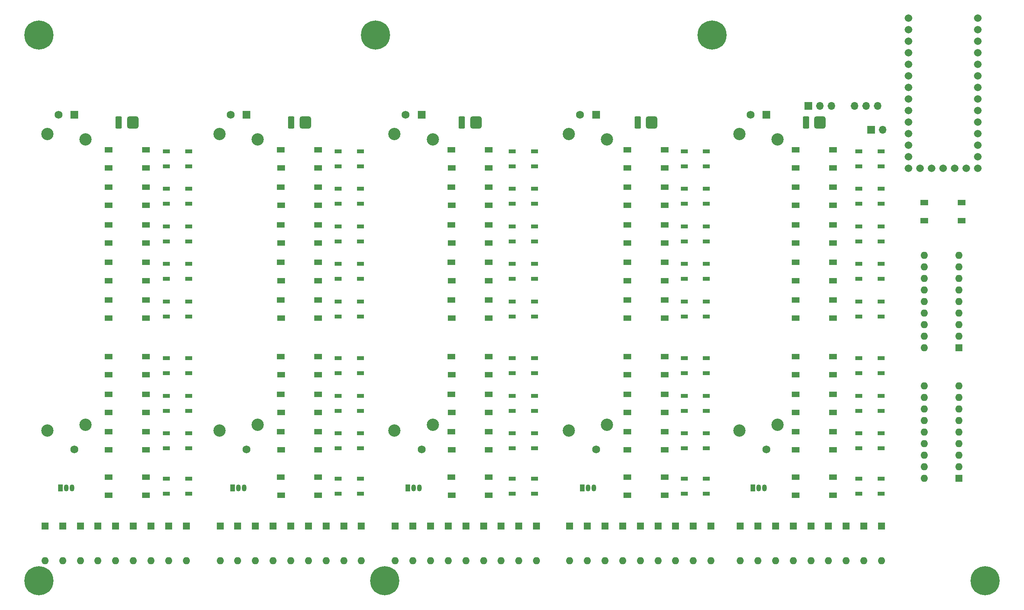
<source format=gbr>
%TF.GenerationSoftware,KiCad,Pcbnew,8.0.1*%
%TF.CreationDate,2024-04-10T00:32:00-05:00*%
%TF.ProjectId,ControlMixer,436f6e74-726f-46c4-9d69-7865722e6b69,rev?*%
%TF.SameCoordinates,Original*%
%TF.FileFunction,Soldermask,Top*%
%TF.FilePolarity,Negative*%
%FSLAX46Y46*%
G04 Gerber Fmt 4.6, Leading zero omitted, Abs format (unit mm)*
G04 Created by KiCad (PCBNEW 8.0.1) date 2024-04-10 00:32:00*
%MOMM*%
%LPD*%
G01*
G04 APERTURE LIST*
G04 Aperture macros list*
%AMRoundRect*
0 Rectangle with rounded corners*
0 $1 Rounding radius*
0 $2 $3 $4 $5 $6 $7 $8 $9 X,Y pos of 4 corners*
0 Add a 4 corners polygon primitive as box body*
4,1,4,$2,$3,$4,$5,$6,$7,$8,$9,$2,$3,0*
0 Add four circle primitives for the rounded corners*
1,1,$1+$1,$2,$3*
1,1,$1+$1,$4,$5*
1,1,$1+$1,$6,$7*
1,1,$1+$1,$8,$9*
0 Add four rect primitives between the rounded corners*
20,1,$1+$1,$2,$3,$4,$5,0*
20,1,$1+$1,$4,$5,$6,$7,0*
20,1,$1+$1,$6,$7,$8,$9,0*
20,1,$1+$1,$8,$9,$2,$3,0*%
G04 Aperture macros list end*
%ADD10C,6.400000*%
%ADD11C,1.665000*%
%ADD12R,1.750000X1.750000*%
%ADD13C,1.750000*%
%ADD14C,2.700000*%
%ADD15R,1.600000X1.600000*%
%ADD16O,1.600000X1.600000*%
%ADD17R,1.500000X0.900000*%
%ADD18R,1.800000X1.300000*%
%ADD19R,1.775000X1.300000*%
%ADD20R,1.050000X1.500000*%
%ADD21O,1.050000X1.500000*%
%ADD22RoundRect,0.438598X0.811402X0.886402X-0.811402X0.886402X-0.811402X-0.886402X0.811402X-0.886402X0*%
%ADD23RoundRect,0.250001X0.462499X1.074999X-0.462499X1.074999X-0.462499X-1.074999X0.462499X-1.074999X0*%
%ADD24R,1.700000X1.700000*%
%ADD25O,1.700000X1.700000*%
G04 APERTURE END LIST*
D10*
%TO.C,J6*%
X248000000Y-154000000D03*
%TD*%
%TO.C,J5*%
X116000000Y-154000000D03*
%TD*%
%TO.C,J4*%
X40000000Y-154000000D03*
%TD*%
D11*
%TO.C,IC1*%
X231130000Y-30295000D03*
X231130000Y-32835000D03*
X231130000Y-35375000D03*
X231130000Y-37915000D03*
X231130000Y-40455000D03*
X231130000Y-42995000D03*
X231130000Y-45535000D03*
X231130000Y-48075000D03*
X231130000Y-50615000D03*
X231130000Y-53155000D03*
X231130000Y-55695000D03*
X231130000Y-58235000D03*
X231130000Y-60775000D03*
X231130000Y-63315000D03*
X233670000Y-63315000D03*
X236210000Y-63315000D03*
X238750000Y-63315000D03*
X241290000Y-63315000D03*
X243830000Y-63315000D03*
X246370000Y-63315000D03*
X246370000Y-60775000D03*
X246370000Y-58235000D03*
X246370000Y-55695000D03*
X246370000Y-53155000D03*
X246370000Y-50615000D03*
X246370000Y-48075000D03*
X246370000Y-45535000D03*
X246370000Y-42995000D03*
X246370000Y-40455000D03*
X246370000Y-37915000D03*
X246370000Y-35375000D03*
X246370000Y-32835000D03*
X246370000Y-30295000D03*
%TD*%
D10*
%TO.C,J3*%
X188000000Y-34000000D03*
%TD*%
%TO.C,J2*%
X114000000Y-34000000D03*
%TD*%
%TO.C,J1*%
X40000000Y-34000000D03*
%TD*%
D12*
%TO.C,RV1*%
X47789064Y-51555000D03*
D13*
X44289064Y-51555000D03*
X47789064Y-125055000D03*
D14*
X41839064Y-55705000D03*
X50239064Y-56905000D03*
X50239064Y-119705000D03*
X41839064Y-120905000D03*
%TD*%
D15*
%TO.C,D32*%
X160568750Y-141895000D03*
D16*
X160568750Y-149515000D03*
%TD*%
D17*
%TO.C,D53*%
X220235936Y-121555000D03*
X220235936Y-124855000D03*
X225135936Y-124855000D03*
X225135936Y-121555000D03*
%TD*%
D18*
%TO.C,SW31*%
X177562500Y-104685000D03*
X177562500Y-108685000D03*
D19*
X169350000Y-104685000D03*
D18*
X169362500Y-108685000D03*
%TD*%
D15*
%TO.C,D16*%
X83718750Y-141895000D03*
D16*
X83718750Y-149515000D03*
%TD*%
D18*
%TO.C,SW37*%
X214562500Y-83965000D03*
X214562500Y-87965000D03*
D19*
X206350000Y-83965000D03*
D18*
X206362500Y-87965000D03*
%TD*%
%TO.C,SW39*%
X214562500Y-104685000D03*
X214562500Y-108685000D03*
D19*
X206350000Y-104685000D03*
D18*
X206362500Y-108685000D03*
%TD*%
%TO.C,SW3*%
X63489064Y-67445000D03*
X63489064Y-71445000D03*
D19*
X55276564Y-67445000D03*
D18*
X55289064Y-71445000D03*
%TD*%
D12*
%TO.C,RV2*%
X85612500Y-51555000D03*
D13*
X82112500Y-51555000D03*
X85612500Y-125055000D03*
D14*
X79662500Y-55705000D03*
X88062500Y-56905000D03*
X88062500Y-119705000D03*
X79662500Y-120905000D03*
%TD*%
D15*
%TO.C,D4*%
X60739064Y-141895000D03*
D16*
X60739064Y-149515000D03*
%TD*%
D15*
%TO.C,D14*%
X91481250Y-141895000D03*
D16*
X91481250Y-149515000D03*
%TD*%
D15*
%TO.C,D11*%
X103125000Y-141895000D03*
D16*
X103125000Y-149515000D03*
%TD*%
D15*
%TO.C,D21*%
X133862500Y-141895000D03*
D16*
X133862500Y-149515000D03*
%TD*%
D17*
%TO.C,D49*%
X220235936Y-84315000D03*
X220235936Y-87615000D03*
X225135936Y-87615000D03*
X225135936Y-84315000D03*
%TD*%
D18*
%TO.C,SW24*%
X138912500Y-112945000D03*
X138912500Y-116945000D03*
D19*
X130700000Y-112945000D03*
D18*
X130712500Y-116945000D03*
%TD*%
%TO.C,SW41*%
X214562500Y-121205000D03*
X214562500Y-125205000D03*
D19*
X206350000Y-121205000D03*
D18*
X206362500Y-125205000D03*
%TD*%
D17*
%TO.C,D52*%
X220235936Y-113295000D03*
X220235936Y-116595000D03*
X225135936Y-116595000D03*
X225135936Y-113295000D03*
%TD*%
%TO.C,D76*%
X105762500Y-84315000D03*
X105762500Y-87615000D03*
X110662500Y-87615000D03*
X110662500Y-84315000D03*
%TD*%
D18*
%TO.C,SW9*%
X63489064Y-121205000D03*
X63489064Y-125205000D03*
D19*
X55276564Y-121205000D03*
D18*
X55289064Y-125205000D03*
%TD*%
%TO.C,SW35*%
X214562500Y-67445000D03*
X214562500Y-71445000D03*
D19*
X206350000Y-67445000D03*
D18*
X206362500Y-71445000D03*
%TD*%
D17*
%TO.C,D66*%
X144051562Y-76055000D03*
X144051562Y-79355000D03*
X148951562Y-79355000D03*
X148951562Y-76055000D03*
%TD*%
D15*
%TO.C,D36*%
X213593750Y-141895000D03*
D16*
X213593750Y-149515000D03*
%TD*%
D15*
%TO.C,D35*%
X217475000Y-141895000D03*
D16*
X217475000Y-149515000D03*
%TD*%
D18*
%TO.C,SW42*%
X63489064Y-131205000D03*
X63489064Y-135205000D03*
D19*
X55276564Y-131205000D03*
D18*
X55289064Y-135205000D03*
%TD*%
D15*
%TO.C,D5*%
X56857814Y-141895000D03*
D16*
X56857814Y-149515000D03*
%TD*%
D18*
%TO.C,SW30*%
X177562500Y-92225000D03*
X177562500Y-96225000D03*
D19*
X169350000Y-92225000D03*
D18*
X169362500Y-96225000D03*
%TD*%
D17*
%TO.C,D47*%
X220235936Y-67795000D03*
X220235936Y-71095000D03*
X225135936Y-71095000D03*
X225135936Y-67795000D03*
%TD*%
D15*
%TO.C,D9*%
X110887500Y-141895000D03*
D16*
X110887500Y-149515000D03*
%TD*%
D17*
%TO.C,D55*%
X181850000Y-59535000D03*
X181850000Y-62835000D03*
X186750000Y-62835000D03*
X186750000Y-59535000D03*
%TD*%
D18*
%TO.C,SW5*%
X63489064Y-83965000D03*
X63489064Y-87965000D03*
D19*
X55276564Y-83965000D03*
D18*
X55289064Y-87965000D03*
%TD*%
D15*
%TO.C,D27*%
X179975000Y-141895000D03*
D16*
X179975000Y-149515000D03*
%TD*%
D15*
%TO.C,D19*%
X141625000Y-141895000D03*
D16*
X141625000Y-149515000D03*
%TD*%
D17*
%TO.C,D74*%
X105762500Y-67795000D03*
X105762500Y-71095000D03*
X110662500Y-71095000D03*
X110662500Y-67795000D03*
%TD*%
D15*
%TO.C,D25*%
X187737500Y-141895000D03*
D16*
X187737500Y-149515000D03*
%TD*%
D15*
%TO.C,D24*%
X122218750Y-141895000D03*
D16*
X122218750Y-149515000D03*
%TD*%
D15*
%TO.C,D3*%
X64620314Y-141895000D03*
D16*
X64620314Y-149515000D03*
%TD*%
D17*
%TO.C,D46*%
X220235936Y-59535000D03*
X220235936Y-62835000D03*
X225135936Y-62835000D03*
X225135936Y-59535000D03*
%TD*%
D18*
%TO.C,SW29*%
X177562500Y-83965000D03*
X177562500Y-87965000D03*
D19*
X169350000Y-83965000D03*
D18*
X169362500Y-87965000D03*
%TD*%
D20*
%TO.C,Q4*%
X159442500Y-133565000D03*
D21*
X160712500Y-133565000D03*
X161982500Y-133565000D03*
%TD*%
D15*
%TO.C,D33*%
X225237500Y-141895000D03*
D16*
X225237500Y-149515000D03*
%TD*%
D18*
%TO.C,SW17*%
X101412500Y-121205000D03*
X101412500Y-125205000D03*
D19*
X93200000Y-121205000D03*
D18*
X93212500Y-125205000D03*
%TD*%
D15*
%TO.C,D30*%
X168331250Y-141895000D03*
D16*
X168331250Y-149515000D03*
%TD*%
D22*
%TO.C,D93*%
X136065000Y-53205000D03*
D23*
X132975000Y-53205000D03*
%TD*%
D18*
%TO.C,SW12*%
X101412500Y-75705000D03*
X101412500Y-79705000D03*
D19*
X93200000Y-75705000D03*
D18*
X93212500Y-79705000D03*
%TD*%
D17*
%TO.C,D87*%
X68039064Y-105035000D03*
X68039064Y-108335000D03*
X72939064Y-108335000D03*
X72939064Y-105035000D03*
%TD*%
D18*
%TO.C,SW46*%
X214562500Y-131205000D03*
X214562500Y-135205000D03*
D19*
X206350000Y-131205000D03*
D18*
X206362500Y-135205000D03*
%TD*%
D17*
%TO.C,D69*%
X144051562Y-105035000D03*
X144051562Y-108335000D03*
X148951562Y-108335000D03*
X148951562Y-105035000D03*
%TD*%
D15*
%TO.C,D41*%
X41332814Y-141895000D03*
D16*
X41332814Y-149515000D03*
%TD*%
D17*
%TO.C,D72*%
X144051562Y-131555000D03*
X144051562Y-134855000D03*
X148951562Y-134855000D03*
X148951562Y-131555000D03*
%TD*%
D20*
%TO.C,Q3*%
X121092500Y-133565000D03*
D21*
X122362500Y-133565000D03*
X123632500Y-133565000D03*
%TD*%
D15*
%TO.C,D42*%
X79837500Y-141895000D03*
D16*
X79837500Y-149515000D03*
%TD*%
D18*
%TO.C,SW16*%
X101412500Y-112945000D03*
X101412500Y-116945000D03*
D19*
X93200000Y-112945000D03*
D18*
X93212500Y-116945000D03*
%TD*%
D17*
%TO.C,D54*%
X220235936Y-131555000D03*
X220235936Y-134855000D03*
X225135936Y-134855000D03*
X225135936Y-131555000D03*
%TD*%
D24*
%TO.C,JP1*%
X222975000Y-54805000D03*
D25*
X225515000Y-54805000D03*
%TD*%
D20*
%TO.C,Q5*%
X196942500Y-133565000D03*
D21*
X198212500Y-133565000D03*
X199482500Y-133565000D03*
%TD*%
D18*
%TO.C,SW33*%
X177562500Y-121205000D03*
X177562500Y-125205000D03*
D19*
X169350000Y-121205000D03*
D18*
X169362500Y-125205000D03*
%TD*%
D15*
%TO.C,D13*%
X95362500Y-141895000D03*
D16*
X95362500Y-149515000D03*
%TD*%
D22*
%TO.C,D95*%
X211715000Y-53205000D03*
D23*
X208625000Y-53205000D03*
%TD*%
D24*
%TO.C,U3*%
X209125000Y-49555000D03*
D25*
X211665000Y-49555000D03*
X214205000Y-49555000D03*
X219285000Y-49555000D03*
X221825000Y-49555000D03*
X224365000Y-49555000D03*
%TD*%
D18*
%TO.C,SW25*%
X138912500Y-121205000D03*
X138912500Y-125205000D03*
D19*
X130700000Y-121205000D03*
D18*
X130712500Y-125205000D03*
%TD*%
D15*
%TO.C,D40*%
X198068750Y-141895000D03*
D16*
X198068750Y-149515000D03*
%TD*%
D17*
%TO.C,D82*%
X68039064Y-59535000D03*
X68039064Y-62835000D03*
X72939064Y-62835000D03*
X72939064Y-59535000D03*
%TD*%
D15*
%TO.C,D23*%
X126100000Y-141895000D03*
D16*
X126100000Y-149515000D03*
%TD*%
D18*
%TO.C,SW43*%
X101412500Y-131205000D03*
X101412500Y-135205000D03*
D19*
X93200000Y-131205000D03*
D18*
X93212500Y-135205000D03*
%TD*%
D15*
%TO.C,D1*%
X72382814Y-141895000D03*
D16*
X72382814Y-149515000D03*
%TD*%
D17*
%TO.C,D51*%
X220235936Y-105035000D03*
X220235936Y-108335000D03*
X225135936Y-108335000D03*
X225135936Y-105035000D03*
%TD*%
D18*
%TO.C,SW4*%
X63489064Y-75705000D03*
X63489064Y-79705000D03*
D19*
X55276564Y-75705000D03*
D18*
X55289064Y-79705000D03*
%TD*%
D17*
%TO.C,D70*%
X144051562Y-113295000D03*
X144051562Y-116595000D03*
X148951562Y-116595000D03*
X148951562Y-113295000D03*
%TD*%
%TO.C,D89*%
X68039064Y-121555000D03*
X68039064Y-124855000D03*
X72939064Y-124855000D03*
X72939064Y-121555000D03*
%TD*%
%TO.C,D63*%
X181850000Y-131555000D03*
X181850000Y-134855000D03*
X186750000Y-134855000D03*
X186750000Y-131555000D03*
%TD*%
D15*
%TO.C,U1*%
X242300000Y-131455000D03*
D16*
X242300000Y-128915000D03*
X242300000Y-126375000D03*
X242300000Y-123835000D03*
X242300000Y-121295000D03*
X242300000Y-118755000D03*
X242300000Y-116215000D03*
X242300000Y-113675000D03*
X242300000Y-111135000D03*
X234680000Y-111135000D03*
X234680000Y-113675000D03*
X234680000Y-116215000D03*
X234680000Y-118755000D03*
X234680000Y-121295000D03*
X234680000Y-123835000D03*
X234680000Y-126375000D03*
X234680000Y-128915000D03*
X234680000Y-131455000D03*
%TD*%
D17*
%TO.C,D83*%
X68039064Y-67795000D03*
X68039064Y-71095000D03*
X72939064Y-71095000D03*
X72939064Y-67795000D03*
%TD*%
D18*
%TO.C,SW20*%
X138912500Y-75705000D03*
X138912500Y-79705000D03*
D19*
X130700000Y-75705000D03*
D18*
X130712500Y-79705000D03*
%TD*%
D17*
%TO.C,D77*%
X105762500Y-92575000D03*
X105762500Y-95875000D03*
X110662500Y-95875000D03*
X110662500Y-92575000D03*
%TD*%
%TO.C,D81*%
X105762500Y-131555000D03*
X105762500Y-134855000D03*
X110662500Y-134855000D03*
X110662500Y-131555000D03*
%TD*%
D18*
%TO.C,SW21*%
X138912500Y-83965000D03*
X138912500Y-87965000D03*
D19*
X130700000Y-83965000D03*
D18*
X130712500Y-87965000D03*
%TD*%
D17*
%TO.C,D61*%
X181850000Y-113295000D03*
X181850000Y-116595000D03*
X186750000Y-116595000D03*
X186750000Y-113295000D03*
%TD*%
D22*
%TO.C,D91*%
X60641564Y-53205000D03*
D23*
X57551564Y-53205000D03*
%TD*%
D18*
%TO.C,SW34*%
X214562500Y-59185000D03*
X214562500Y-63185000D03*
D19*
X206350000Y-59185000D03*
D18*
X206362500Y-63185000D03*
%TD*%
%TO.C,SW6*%
X63489064Y-92225000D03*
X63489064Y-96225000D03*
D19*
X55276564Y-92225000D03*
D18*
X55289064Y-96225000D03*
%TD*%
D17*
%TO.C,D84*%
X68039064Y-76055000D03*
X68039064Y-79355000D03*
X72939064Y-79355000D03*
X72939064Y-76055000D03*
%TD*%
%TO.C,D48*%
X220235936Y-76055000D03*
X220235936Y-79355000D03*
X225135936Y-79355000D03*
X225135936Y-76055000D03*
%TD*%
%TO.C,D90*%
X68039064Y-131555000D03*
X68039064Y-134855000D03*
X72939064Y-134855000D03*
X72939064Y-131555000D03*
%TD*%
D18*
%TO.C,SW7*%
X63489064Y-104685000D03*
X63489064Y-108685000D03*
D19*
X55276564Y-104685000D03*
D18*
X55289064Y-108685000D03*
%TD*%
%TO.C,SW15*%
X101412500Y-104685000D03*
X101412500Y-108685000D03*
D19*
X93200000Y-104685000D03*
D18*
X93212500Y-108685000D03*
%TD*%
%TO.C,SW2*%
X63489064Y-59185000D03*
X63489064Y-63185000D03*
D19*
X55276564Y-59185000D03*
D18*
X55289064Y-63185000D03*
%TD*%
D15*
%TO.C,D18*%
X145506250Y-141895000D03*
D16*
X145506250Y-149515000D03*
%TD*%
D18*
%TO.C,SW11*%
X101412500Y-67445000D03*
X101412500Y-71445000D03*
D19*
X93200000Y-67445000D03*
D18*
X93212500Y-71445000D03*
%TD*%
D17*
%TO.C,D64*%
X144051562Y-59535000D03*
X144051562Y-62835000D03*
X148951562Y-62835000D03*
X148951562Y-59535000D03*
%TD*%
D15*
%TO.C,D37*%
X209712500Y-141895000D03*
D16*
X209712500Y-149515000D03*
%TD*%
D22*
%TO.C,D94*%
X174715000Y-53205000D03*
D23*
X171625000Y-53205000D03*
%TD*%
D18*
%TO.C,SW28*%
X177562500Y-75705000D03*
X177562500Y-79705000D03*
D19*
X169350000Y-75705000D03*
D18*
X169362500Y-79705000D03*
%TD*%
%TO.C,SW14*%
X101412500Y-92225000D03*
X101412500Y-96225000D03*
D19*
X93200000Y-92225000D03*
D18*
X93212500Y-96225000D03*
%TD*%
%TO.C,SW32*%
X177562500Y-112945000D03*
X177562500Y-116945000D03*
D19*
X169350000Y-112945000D03*
D18*
X169362500Y-116945000D03*
%TD*%
%TO.C,SW36*%
X214562500Y-75705000D03*
X214562500Y-79705000D03*
D19*
X206350000Y-75705000D03*
D18*
X206362500Y-79705000D03*
%TD*%
D17*
%TO.C,D65*%
X144051562Y-67795000D03*
X144051562Y-71095000D03*
X148951562Y-71095000D03*
X148951562Y-67795000D03*
%TD*%
D22*
%TO.C,D92*%
X98565000Y-53205000D03*
D23*
X95475000Y-53205000D03*
%TD*%
D18*
%TO.C,SW40*%
X214562500Y-112945000D03*
X214562500Y-116945000D03*
D19*
X206350000Y-112945000D03*
D18*
X206362500Y-116945000D03*
%TD*%
%TO.C,SW1*%
X234650000Y-74805000D03*
X234650000Y-70805000D03*
D19*
X242862500Y-74805000D03*
D18*
X242850000Y-70805000D03*
%TD*%
D17*
%TO.C,D73*%
X105762500Y-59535000D03*
X105762500Y-62835000D03*
X110662500Y-62835000D03*
X110662500Y-59535000D03*
%TD*%
D15*
%TO.C,D10*%
X107006250Y-141895000D03*
D16*
X107006250Y-149515000D03*
%TD*%
D20*
%TO.C,Q1*%
X44769064Y-133565000D03*
D21*
X46039064Y-133565000D03*
X47309064Y-133565000D03*
%TD*%
D17*
%TO.C,D67*%
X144051562Y-84315000D03*
X144051562Y-87615000D03*
X148951562Y-87615000D03*
X148951562Y-84315000D03*
%TD*%
D15*
%TO.C,D38*%
X205831250Y-141895000D03*
D16*
X205831250Y-149515000D03*
%TD*%
D15*
%TO.C,D29*%
X172212500Y-141895000D03*
D16*
X172212500Y-149515000D03*
%TD*%
D17*
%TO.C,D57*%
X181850000Y-76055000D03*
X181850000Y-79355000D03*
X186750000Y-79355000D03*
X186750000Y-76055000D03*
%TD*%
D15*
%TO.C,D26*%
X183856250Y-141895000D03*
D16*
X183856250Y-149515000D03*
%TD*%
D12*
%TO.C,RV5*%
X199962500Y-51555000D03*
D13*
X196462500Y-51555000D03*
X199962500Y-125055000D03*
D14*
X194012500Y-55705000D03*
X202412500Y-56905000D03*
X202412500Y-119705000D03*
X194012500Y-120905000D03*
%TD*%
D17*
%TO.C,D86*%
X68039064Y-92575000D03*
X68039064Y-95875000D03*
X72939064Y-95875000D03*
X72939064Y-92575000D03*
%TD*%
%TO.C,D78*%
X105762500Y-105035000D03*
X105762500Y-108335000D03*
X110662500Y-108335000D03*
X110662500Y-105035000D03*
%TD*%
D18*
%TO.C,SW22*%
X138912500Y-92225000D03*
X138912500Y-96225000D03*
D19*
X130700000Y-92225000D03*
D18*
X130712500Y-96225000D03*
%TD*%
%TO.C,SW8*%
X63489064Y-112945000D03*
X63489064Y-116945000D03*
D19*
X55276564Y-112945000D03*
D18*
X55289064Y-116945000D03*
%TD*%
%TO.C,SW10*%
X101412500Y-59185000D03*
X101412500Y-63185000D03*
D19*
X93200000Y-59185000D03*
D18*
X93212500Y-63185000D03*
%TD*%
D17*
%TO.C,D79*%
X105762500Y-113295000D03*
X105762500Y-116595000D03*
X110662500Y-116595000D03*
X110662500Y-113295000D03*
%TD*%
D12*
%TO.C,RV4*%
X162462500Y-51555000D03*
D13*
X158962500Y-51555000D03*
X162462500Y-125055000D03*
D14*
X156512500Y-55705000D03*
X164912500Y-56905000D03*
X164912500Y-119705000D03*
X156512500Y-120905000D03*
%TD*%
D15*
%TO.C,D17*%
X149387500Y-141895000D03*
D16*
X149387500Y-149515000D03*
%TD*%
D15*
%TO.C,D39*%
X201950000Y-141895000D03*
D16*
X201950000Y-149515000D03*
%TD*%
D15*
%TO.C,D43*%
X118337500Y-141895000D03*
D16*
X118337500Y-149515000D03*
%TD*%
D15*
%TO.C,D28*%
X176093750Y-141895000D03*
D16*
X176093750Y-149515000D03*
%TD*%
D18*
%TO.C,SW45*%
X177562500Y-131205000D03*
X177562500Y-135205000D03*
D19*
X169350000Y-131205000D03*
D18*
X169362500Y-135205000D03*
%TD*%
D15*
%TO.C,D31*%
X164450000Y-141895000D03*
D16*
X164450000Y-149515000D03*
%TD*%
D18*
%TO.C,SW18*%
X138912500Y-59185000D03*
X138912500Y-63185000D03*
D19*
X130700000Y-59185000D03*
D18*
X130712500Y-63185000D03*
%TD*%
D15*
%TO.C,D45*%
X194187500Y-141895000D03*
D16*
X194187500Y-149515000D03*
%TD*%
D12*
%TO.C,RV3*%
X124112500Y-51555000D03*
D13*
X120612500Y-51555000D03*
X124112500Y-125055000D03*
D14*
X118162500Y-55705000D03*
X126562500Y-56905000D03*
X126562500Y-119705000D03*
X118162500Y-120905000D03*
%TD*%
D15*
%TO.C,D44*%
X156687500Y-141895000D03*
D16*
X156687500Y-149515000D03*
%TD*%
D15*
%TO.C,D8*%
X45214064Y-141895000D03*
D16*
X45214064Y-149515000D03*
%TD*%
D18*
%TO.C,SW26*%
X177562500Y-59185000D03*
X177562500Y-63185000D03*
D19*
X169350000Y-59185000D03*
D18*
X169362500Y-63185000D03*
%TD*%
D17*
%TO.C,D68*%
X144051562Y-92575000D03*
X144051562Y-95875000D03*
X148951562Y-95875000D03*
X148951562Y-92575000D03*
%TD*%
%TO.C,D88*%
X68039064Y-113295000D03*
X68039064Y-116595000D03*
X72939064Y-116595000D03*
X72939064Y-113295000D03*
%TD*%
%TO.C,D58*%
X181850000Y-84315000D03*
X181850000Y-87615000D03*
X186750000Y-87615000D03*
X186750000Y-84315000D03*
%TD*%
D15*
%TO.C,D2*%
X68501564Y-141895000D03*
D16*
X68501564Y-149515000D03*
%TD*%
D15*
%TO.C,D20*%
X137743750Y-141895000D03*
D16*
X137743750Y-149515000D03*
%TD*%
D17*
%TO.C,D75*%
X105762500Y-76055000D03*
X105762500Y-79355000D03*
X110662500Y-79355000D03*
X110662500Y-76055000D03*
%TD*%
D15*
%TO.C,D34*%
X221356250Y-141895000D03*
D16*
X221356250Y-149515000D03*
%TD*%
D15*
%TO.C,D22*%
X129981250Y-141895000D03*
D16*
X129981250Y-149515000D03*
%TD*%
D17*
%TO.C,D50*%
X220235936Y-92575000D03*
X220235936Y-95875000D03*
X225135936Y-95875000D03*
X225135936Y-92575000D03*
%TD*%
D18*
%TO.C,SW38*%
X214562500Y-92225000D03*
X214562500Y-96225000D03*
D19*
X206350000Y-92225000D03*
D18*
X206362500Y-96225000D03*
%TD*%
D17*
%TO.C,D56*%
X181850000Y-67795000D03*
X181850000Y-71095000D03*
X186750000Y-71095000D03*
X186750000Y-67795000D03*
%TD*%
D15*
%TO.C,D6*%
X52976564Y-141895000D03*
D16*
X52976564Y-149515000D03*
%TD*%
D17*
%TO.C,D71*%
X144051562Y-121555000D03*
X144051562Y-124855000D03*
X148951562Y-124855000D03*
X148951562Y-121555000D03*
%TD*%
D15*
%TO.C,D12*%
X99243750Y-141895000D03*
D16*
X99243750Y-149515000D03*
%TD*%
D15*
%TO.C,D15*%
X87600000Y-141895000D03*
D16*
X87600000Y-149515000D03*
%TD*%
D18*
%TO.C,SW13*%
X101412500Y-83965000D03*
X101412500Y-87965000D03*
D19*
X93200000Y-83965000D03*
D18*
X93212500Y-87965000D03*
%TD*%
%TO.C,SW23*%
X138912500Y-104685000D03*
X138912500Y-108685000D03*
D19*
X130700000Y-104685000D03*
D18*
X130712500Y-108685000D03*
%TD*%
D15*
%TO.C,D7*%
X49095314Y-141895000D03*
D16*
X49095314Y-149515000D03*
%TD*%
D18*
%TO.C,SW19*%
X138912500Y-67445000D03*
X138912500Y-71445000D03*
D19*
X130700000Y-67445000D03*
D18*
X130712500Y-71445000D03*
%TD*%
D15*
%TO.C,U2*%
X242300000Y-102705000D03*
D16*
X242300000Y-100165000D03*
X242300000Y-97625000D03*
X242300000Y-95085000D03*
X242300000Y-92545000D03*
X242300000Y-90005000D03*
X242300000Y-87465000D03*
X242300000Y-84925000D03*
X242300000Y-82385000D03*
X234680000Y-82385000D03*
X234680000Y-84925000D03*
X234680000Y-87465000D03*
X234680000Y-90005000D03*
X234680000Y-92545000D03*
X234680000Y-95085000D03*
X234680000Y-97625000D03*
X234680000Y-100165000D03*
X234680000Y-102705000D03*
%TD*%
D17*
%TO.C,D62*%
X181850000Y-121555000D03*
X181850000Y-124855000D03*
X186750000Y-124855000D03*
X186750000Y-121555000D03*
%TD*%
D18*
%TO.C,SW44*%
X138912500Y-131205000D03*
X138912500Y-135205000D03*
D19*
X130700000Y-131205000D03*
D18*
X130712500Y-135205000D03*
%TD*%
D17*
%TO.C,D80*%
X105762500Y-121555000D03*
X105762500Y-124855000D03*
X110662500Y-124855000D03*
X110662500Y-121555000D03*
%TD*%
%TO.C,D59*%
X181850000Y-92575000D03*
X181850000Y-95875000D03*
X186750000Y-95875000D03*
X186750000Y-92575000D03*
%TD*%
%TO.C,D85*%
X68039064Y-84315000D03*
X68039064Y-87615000D03*
X72939064Y-87615000D03*
X72939064Y-84315000D03*
%TD*%
D20*
%TO.C,Q2*%
X82592500Y-133565000D03*
D21*
X83862500Y-133565000D03*
X85132500Y-133565000D03*
%TD*%
D17*
%TO.C,D60*%
X181850000Y-105035000D03*
X181850000Y-108335000D03*
X186750000Y-108335000D03*
X186750000Y-105035000D03*
%TD*%
D18*
%TO.C,SW27*%
X177562500Y-67445000D03*
X177562500Y-71445000D03*
D19*
X169350000Y-67445000D03*
D18*
X169362500Y-71445000D03*
%TD*%
M02*

</source>
